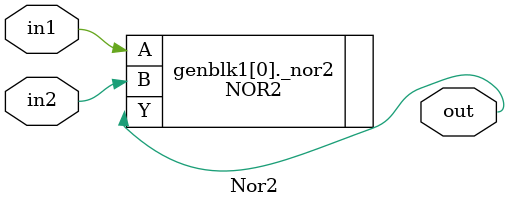
<source format=sv>
module Nor2 #(
    parameter WIDTH = 1
)(
    input  wire [WIDTH-1:0] in1,
    input  wire [WIDTH-1:0] in2,
    output wire [WIDTH-1:0] out
);

    genvar i;
    generate
    for (i = 0; i < WIDTH; i = i + 1) begin
        NOR2 _nor2(.A(in1[i]), .B(in2[i]), .Y(out[i]));
    end
    endgenerate

endmodule

</source>
